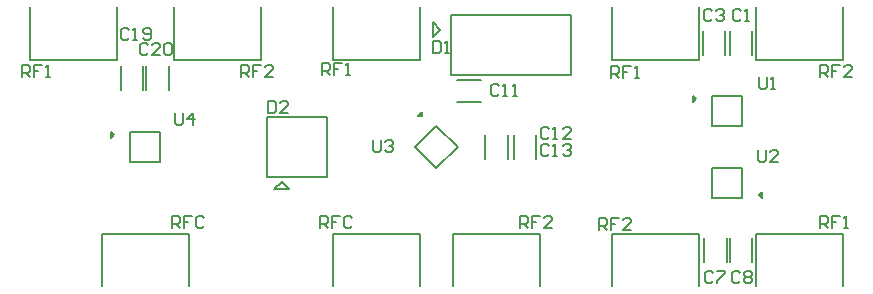
<source format=gto>
G04*
G04 #@! TF.GenerationSoftware,Altium Limited,Altium Designer,24.4.1 (13)*
G04*
G04 Layer_Color=65535*
%FSLAX25Y25*%
%MOIN*%
G70*
G04*
G04 #@! TF.SameCoordinates,9EAFE7E4-189C-44CB-946A-5F511CB8720B*
G04*
G04*
G04 #@! TF.FilePolarity,Positive*
G04*
G01*
G75*
%ADD10C,0.00500*%
%ADD11C,0.00600*%
D10*
X38295Y53213D02*
X39295Y52213D01*
X38295Y51213D02*
X39295Y52213D01*
X38295Y51213D02*
Y53213D01*
X44795Y43213D02*
Y53213D01*
X54795Y43213D02*
Y53213D01*
X44795D02*
X54795D01*
X44795Y43213D02*
X54795D01*
X142199Y58466D02*
Y59880D01*
X140785Y58466D02*
X142199D01*
X140785D02*
X142199Y59880D01*
X139724Y48213D02*
X146795Y55284D01*
Y41142D02*
X153866Y48213D01*
X146795Y55284D02*
X153866Y48213D01*
X139724D02*
X146795Y41142D01*
X254295Y32213D02*
X255295Y31213D01*
X254295Y32213D02*
X255295Y33213D01*
Y31213D02*
Y33213D01*
X248795Y31213D02*
Y41213D01*
X238795Y31213D02*
Y41213D01*
Y31213D02*
X248795D01*
X238795Y41213D02*
X248795D01*
X232295Y65213D02*
X233295Y64213D01*
X232295Y63213D02*
X233295Y64213D01*
X232295Y63213D02*
Y65213D01*
X238795Y55213D02*
Y65213D01*
X248795Y55213D02*
Y65213D01*
X238795D02*
X248795D01*
X238795Y55213D02*
X248795D01*
X282295Y77213D02*
Y94713D01*
X253295Y77213D02*
Y94713D01*
Y77213D02*
X282295D01*
X57545Y67213D02*
Y75213D01*
X50045Y67213D02*
Y75213D01*
X88295Y77213D02*
Y94713D01*
X59295Y77213D02*
Y94713D01*
Y77213D02*
X88295D01*
X145545Y89713D02*
X148045Y87213D01*
X145545Y84713D02*
Y89713D01*
Y84713D02*
X148045Y87213D01*
X151795Y72213D02*
Y92213D01*
Y72213D02*
X191795D01*
X151795Y92213D02*
X191795D01*
Y72213D02*
Y92213D01*
X90295Y58213D02*
X110295D01*
X90295Y38213D02*
Y58213D01*
X110295Y38213D02*
Y58213D01*
X90295Y38213D02*
X110295D01*
X95295Y36463D02*
X97795Y33963D01*
X92795D02*
X97795D01*
X92795D02*
X95295Y36463D01*
X40295Y77213D02*
Y94713D01*
X11295Y77213D02*
Y94713D01*
Y77213D02*
X40295D01*
X141295D02*
Y94713D01*
X112295Y77213D02*
X141295D01*
X112295D02*
Y94713D01*
X234295Y77213D02*
Y94713D01*
X205295Y77213D02*
Y94713D01*
Y77213D02*
X234295D01*
X35295Y19213D02*
X64295D01*
Y1713D02*
Y19213D01*
X35295Y1713D02*
Y19213D01*
X112295Y1713D02*
Y19213D01*
X141295Y1713D02*
Y19213D01*
X112295D02*
X141295D01*
X152295Y1713D02*
Y19213D01*
X181295Y1713D02*
Y19213D01*
X152295D02*
X181295D01*
X253295D02*
X282295D01*
Y1713D02*
Y19213D01*
X253295Y1713D02*
Y19213D01*
X205295D02*
X234295D01*
Y1713D02*
Y19213D01*
X205295Y1713D02*
Y19213D01*
X153795Y62963D02*
X161795D01*
X153795Y70463D02*
X161795D01*
X49045Y67213D02*
Y75213D01*
X41545Y67213D02*
Y75213D01*
X172545Y44213D02*
Y52213D01*
X180045Y44213D02*
Y52213D01*
X163045Y44213D02*
Y52213D01*
X170545Y44213D02*
Y52213D01*
X244545Y9713D02*
Y17713D01*
X252045Y9713D02*
Y17713D01*
X236045Y9713D02*
Y17713D01*
X243545Y9713D02*
Y17713D01*
X243045Y78713D02*
Y86713D01*
X235545Y78713D02*
Y86713D01*
X252045Y78713D02*
Y86713D01*
X244545Y78713D02*
Y86713D01*
D11*
X145600Y83599D02*
Y79600D01*
X147599D01*
X148266Y80266D01*
Y82932D01*
X147599Y83599D01*
X145600D01*
X149599Y79600D02*
X150932D01*
X150265D01*
Y83599D01*
X149599Y82932D01*
X90600Y63599D02*
Y59600D01*
X92599D01*
X93266Y60266D01*
Y62932D01*
X92599Y63599D01*
X90600D01*
X97264Y59600D02*
X94599D01*
X97264Y62266D01*
Y62932D01*
X96598Y63599D01*
X95265D01*
X94599Y62932D01*
X108100Y21100D02*
Y25099D01*
X110099D01*
X110766Y24432D01*
Y23099D01*
X110099Y22433D01*
X108100D01*
X109433D02*
X110766Y21100D01*
X114764Y25099D02*
X112099D01*
Y23099D01*
X113432D01*
X112099D01*
Y21100D01*
X118763Y24432D02*
X118097Y25099D01*
X116764D01*
X116097Y24432D01*
Y21767D01*
X116764Y21100D01*
X118097D01*
X118763Y21767D01*
X274600Y21100D02*
Y25099D01*
X276599D01*
X277266Y24432D01*
Y23099D01*
X276599Y22433D01*
X274600D01*
X275933D02*
X277266Y21100D01*
X281264Y25099D02*
X278599D01*
Y23099D01*
X279932D01*
X278599D01*
Y21100D01*
X282597D02*
X283930D01*
X283264D01*
Y25099D01*
X282597Y24432D01*
X201100Y20600D02*
Y24599D01*
X203099D01*
X203766Y23932D01*
Y22599D01*
X203099Y21933D01*
X201100D01*
X202433D02*
X203766Y20600D01*
X207765Y24599D02*
X205099D01*
Y22599D01*
X206432D01*
X205099D01*
Y20600D01*
X211763D02*
X209097D01*
X211763Y23266D01*
Y23932D01*
X211097Y24599D01*
X209764D01*
X209097Y23932D01*
X205100Y71100D02*
Y75099D01*
X207099D01*
X207766Y74432D01*
Y73099D01*
X207099Y72433D01*
X205100D01*
X206433D02*
X207766Y71100D01*
X211765Y75099D02*
X209099D01*
Y73099D01*
X210432D01*
X209099D01*
Y71100D01*
X213097D02*
X214430D01*
X213764D01*
Y75099D01*
X213097Y74432D01*
X274600Y71600D02*
Y75599D01*
X276599D01*
X277266Y74932D01*
Y73599D01*
X276599Y72933D01*
X274600D01*
X275933D02*
X277266Y71600D01*
X281264Y75599D02*
X278599D01*
Y73599D01*
X279932D01*
X278599D01*
Y71600D01*
X285263D02*
X282597D01*
X285263Y74266D01*
Y74932D01*
X284597Y75599D01*
X283264D01*
X282597Y74932D01*
X174600Y21100D02*
Y25099D01*
X176599D01*
X177266Y24432D01*
Y23099D01*
X176599Y22433D01*
X174600D01*
X175933D02*
X177266Y21100D01*
X181264Y25099D02*
X178599D01*
Y23099D01*
X179932D01*
X178599D01*
Y21100D01*
X185263D02*
X182597D01*
X185263Y23766D01*
Y24432D01*
X184597Y25099D01*
X183264D01*
X182597Y24432D01*
X108600Y72100D02*
Y76099D01*
X110599D01*
X111266Y75432D01*
Y74099D01*
X110599Y73433D01*
X108600D01*
X109933D02*
X111266Y72100D01*
X115264Y76099D02*
X112599D01*
Y74099D01*
X113932D01*
X112599D01*
Y72100D01*
X116597D02*
X117930D01*
X117264D01*
Y76099D01*
X116597Y75432D01*
X81600Y71600D02*
Y75599D01*
X83599D01*
X84266Y74932D01*
Y73599D01*
X83599Y72933D01*
X81600D01*
X82933D02*
X84266Y71600D01*
X88265Y75599D02*
X85599D01*
Y73599D01*
X86932D01*
X85599D01*
Y71600D01*
X92263D02*
X89597D01*
X92263Y74266D01*
Y74932D01*
X91597Y75599D01*
X90264D01*
X89597Y74932D01*
X8600Y71600D02*
Y75599D01*
X10599D01*
X11266Y74932D01*
Y73599D01*
X10599Y72933D01*
X8600D01*
X9933D02*
X11266Y71600D01*
X15265Y75599D02*
X12599D01*
Y73599D01*
X13932D01*
X12599D01*
Y71600D01*
X16597D02*
X17930D01*
X17264D01*
Y75599D01*
X16597Y74932D01*
X58600Y21100D02*
Y25099D01*
X60599D01*
X61266Y24432D01*
Y23099D01*
X60599Y22433D01*
X58600D01*
X59933D02*
X61266Y21100D01*
X65264Y25099D02*
X62599D01*
Y23099D01*
X63932D01*
X62599D01*
Y21100D01*
X69263Y24432D02*
X68597Y25099D01*
X67264D01*
X66597Y24432D01*
Y21767D01*
X67264Y21100D01*
X68597D01*
X69263Y21767D01*
X59668Y59499D02*
Y56167D01*
X60334Y55501D01*
X61667D01*
X62334Y56167D01*
Y59499D01*
X65666Y55501D02*
Y59499D01*
X63666Y57500D01*
X66332D01*
X125668Y50499D02*
Y47167D01*
X126334Y46501D01*
X127667D01*
X128333Y47167D01*
Y50499D01*
X129666Y49833D02*
X130333Y50499D01*
X131666D01*
X132332Y49833D01*
Y49166D01*
X131666Y48500D01*
X130999D01*
X131666D01*
X132332Y47834D01*
Y47167D01*
X131666Y46501D01*
X130333D01*
X129666Y47167D01*
X254168Y46999D02*
Y43667D01*
X254834Y43001D01*
X256167D01*
X256834Y43667D01*
Y46999D01*
X260832Y43001D02*
X258167D01*
X260832Y45666D01*
Y46333D01*
X260166Y46999D01*
X258833D01*
X258167Y46333D01*
X254334Y71499D02*
Y68167D01*
X255001Y67501D01*
X256334D01*
X257000Y68167D01*
Y71499D01*
X258333Y67501D02*
X259666D01*
X258999D01*
Y71499D01*
X258333Y70833D01*
X50630Y82046D02*
X49963Y82712D01*
X48630D01*
X47964Y82046D01*
Y79380D01*
X48630Y78713D01*
X49963D01*
X50630Y79380D01*
X54628Y78713D02*
X51962D01*
X54628Y81379D01*
Y82046D01*
X53962Y82712D01*
X52629D01*
X51962Y82046D01*
X55961D02*
X56628Y82712D01*
X57960D01*
X58627Y82046D01*
Y79380D01*
X57960Y78713D01*
X56628D01*
X55961Y79380D01*
Y82046D01*
X44463Y87046D02*
X43796Y87712D01*
X42463D01*
X41797Y87046D01*
Y84380D01*
X42463Y83713D01*
X43796D01*
X44463Y84380D01*
X45796Y83713D02*
X47128D01*
X46462D01*
Y87712D01*
X45796Y87046D01*
X49128Y84380D02*
X49794Y83713D01*
X51127D01*
X51794Y84380D01*
Y87046D01*
X51127Y87712D01*
X49794D01*
X49128Y87046D01*
Y86379D01*
X49794Y85713D01*
X51794D01*
X184463Y48546D02*
X183796Y49212D01*
X182463D01*
X181797Y48546D01*
Y45880D01*
X182463Y45213D01*
X183796D01*
X184463Y45880D01*
X185796Y45213D02*
X187128D01*
X186462D01*
Y49212D01*
X185796Y48546D01*
X189128D02*
X189794Y49212D01*
X191127D01*
X191794Y48546D01*
Y47879D01*
X191127Y47213D01*
X190461D01*
X191127D01*
X191794Y46546D01*
Y45880D01*
X191127Y45213D01*
X189794D01*
X189128Y45880D01*
X184463Y54045D02*
X183796Y54712D01*
X182463D01*
X181797Y54045D01*
Y51380D01*
X182463Y50713D01*
X183796D01*
X184463Y51380D01*
X185796Y50713D02*
X187128D01*
X186462D01*
Y54712D01*
X185796Y54045D01*
X191794Y50713D02*
X189128D01*
X191794Y53379D01*
Y54045D01*
X191127Y54712D01*
X189794D01*
X189128Y54045D01*
X167629Y68546D02*
X166963Y69212D01*
X165630D01*
X164963Y68546D01*
Y65880D01*
X165630Y65213D01*
X166963D01*
X167629Y65880D01*
X168962Y65213D02*
X170295D01*
X169629D01*
Y69212D01*
X168962Y68546D01*
X172294Y65213D02*
X173627D01*
X172961D01*
Y69212D01*
X172294Y68546D01*
X248129Y6045D02*
X247462Y6712D01*
X246129D01*
X245463Y6045D01*
Y3380D01*
X246129Y2713D01*
X247462D01*
X248129Y3380D01*
X249462Y6045D02*
X250128Y6712D01*
X251461D01*
X252128Y6045D01*
Y5379D01*
X251461Y4713D01*
X252128Y4046D01*
Y3380D01*
X251461Y2713D01*
X250128D01*
X249462Y3380D01*
Y4046D01*
X250128Y4713D01*
X249462Y5379D01*
Y6045D01*
X250128Y4713D02*
X251461D01*
X239129Y6045D02*
X238462Y6712D01*
X237129D01*
X236463Y6045D01*
Y3380D01*
X237129Y2713D01*
X238462D01*
X239129Y3380D01*
X240462Y6712D02*
X243127D01*
Y6045D01*
X240462Y3380D01*
Y2713D01*
X238629Y93546D02*
X237962Y94212D01*
X236630D01*
X235963Y93546D01*
Y90880D01*
X236630Y90213D01*
X237962D01*
X238629Y90880D01*
X239962Y93546D02*
X240628Y94212D01*
X241961D01*
X242628Y93546D01*
Y92879D01*
X241961Y92213D01*
X241295D01*
X241961D01*
X242628Y91546D01*
Y90880D01*
X241961Y90213D01*
X240628D01*
X239962Y90880D01*
X248295Y93546D02*
X247629Y94212D01*
X246296D01*
X245630Y93546D01*
Y90880D01*
X246296Y90213D01*
X247629D01*
X248295Y90880D01*
X249628Y90213D02*
X250961D01*
X250295D01*
Y94212D01*
X249628Y93546D01*
M02*

</source>
